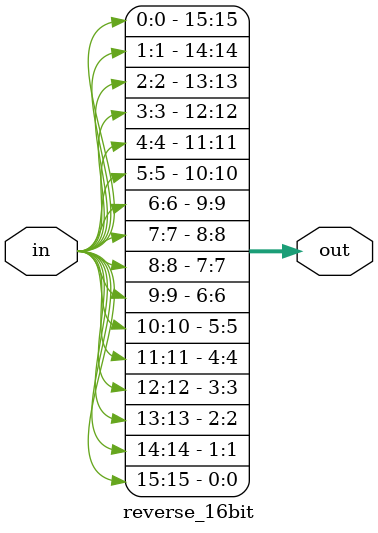
<source format=v>
module reverse_16bit(in, out);

	input [15:0] in;
	output [15:0] out;

	assign out = {in[0], 
				  in[1],
	              in[2],
	              in[3], 
				  in[4],
	              in[5], 
				  in[6],
	              in[7], 
				  in[8],
	              in[9], 
				  in[10],
	              in[11], 
				  in[12],
	              in[13], 
				  in[14],
	              in[15]};

endmodule
</source>
